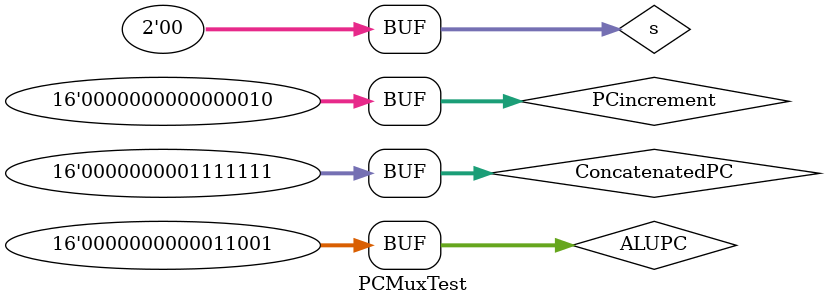
<source format=v>
`timescale 1ns / 1ps


module PCMuxTest;

	// Inputs
	reg [15:0] ALUPC;
	reg [15:0] ConcatenatedPC;
	reg [15:0] PCincrement;
	reg [1:0] s;

	// Outputs
	wire [15:0] SelectedPC;

	// Instantiate the Unit Under Test (UUT)
	PCMux uut (
		.ALUPC(ALUPC), 
		.ConcatenatedPC(ConcatenatedPC), 
		.PCincrement(PCincrement), 
		.s(s), 
		.SelectedPC(SelectedPC)
	);

	initial begin
		// Initialize Inputs
		ALUPC = 25;
		ConcatenatedPC = 127;
		PCincrement = 2;
		s = 2;

		// Wait 100 ns for global reset to finish
		#100;
		
		if(SelectedPC == 2) begin
			$display("PCincrement Passes");
		end
		else begin
			$display("Failed PCincrement");
		end
		
		#100;
		s = 1;
		#100;
		
		if(SelectedPC == 127) begin
			$display("ConcatenatedPC Passes");
		end
		else begin
			$display("Failed ConcatenatedPC");
		end
		
		#100;
		s = 0;
		#100;
		
		if(SelectedPC == 25) begin
			$display("ALUPC Passes");
		end
		else begin
			$display("Failed ALUPC");
		end

	end
      
endmodule


</source>
